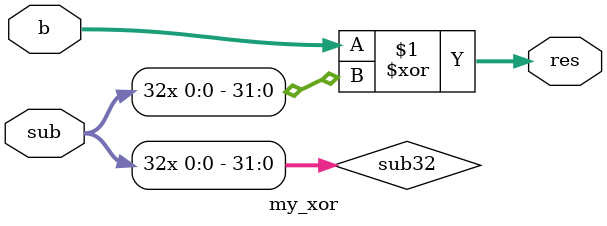
<source format=v>
module top_module(
    input [31:0] a,
    input [31:0] b,
    input sub,
    output [31:0] sum
);

wire co;
wire [31:0] ux0;
add16 u1(
.cin(sub),
.a(a[15:0]),
.b(ux0[15:0]),
.cout(co),
.sum(sum[15:0])
);

add16 u2(
.cin(co),
.a(a[31:16]),
.b(ux0[31:16]),
.cout(),
.sum(sum[31:16])
);

my_xor ux(
.b(b[31:0]),
.sub(sub),
.res(ux0)
);

endmodule

module my_xor(
input [31:0] b,
input sub,
output [31:0] res

);

wire [31:0] sub32;
assign sub32 = {{32{sub}}};

assign res = b ^ sub32;

endmodule
</source>
